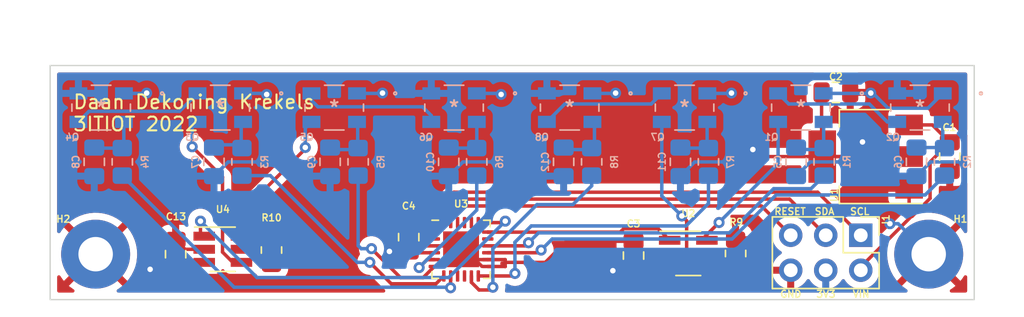
<source format=kicad_pcb>
(kicad_pcb (version 20211014) (generator pcbnew)
  (title_block (title "PCB Lijnvolger") (date "2022-11-08") (rev "1.0") (company "Daan Dekoning Krekels") (comment 1 "AP Hogeschool"))
  (layers (0 "F.Cu" signal) (31 "B.Cu" signal) (34 "B.Paste" user) (35 "F.Paste" user) (36 "B.SilkS" user "B.Silkscreen") (37 "F.SilkS" user "F.Silkscreen") (38 "B.Mask" user) (39 "F.Mask" user) (44 "Edge.Cuts" user))
  (net 0 "")
  (net 1 "VIN")
  (net 2 "GND")
  (net 3 "+3V3")
  (net 4 "Net-(C5-Pad2)")
  (net 5 "Net-(C6-Pad2)")
  (net 6 "Net-(C7-Pad2)")
  (net 7 "Net-(C8-Pad2)")
  (net 8 "Net-(C9-Pad2)")
  (net 9 "Net-(C10-Pad2)")
  (net 10 "Net-(C11-Pad2)")
  (net 11 "Net-(C12-Pad2)")
  (net 12 "SCL")
  (net 13 "/sensors/L_OUT0")
  (net 14 "/sensors/L_OUT1")
  (net 15 "/sensors/L_OUT2")
  (net 16 "/sensors/L_OUT3")
  (net 17 "Net-(Q1-Pad4)")
  (net 18 "Net-(Q3-Pad4)")
  (net 19 "Net-(Q5-Pad4)")
  (net 20 "Net-(Q7-Pad4)")
  (net 21 "SENSE0")
  (net 22 "SENSE1")
  (net 23 "SENSE2")
  (net 24 "SENSE3")
  (net 25 "SENSE4")
  (net 26 "SENSE5")
  (net 27 "SENSE6")
  (net 28 "SENSE7")
  (net 29 "Net-(R9-Pad1)")
  (net 30 "Net-(R10-Pad1)")
  (net 31 "LED_D0")
  (net 32 "LED_D1")
  (net 35 "SDA")
  (net 38 "RESET-UPDI")
  (footprint "Package_TO_SOT_SMD:SOT-23-6_Handsoldering" (layer "F.Cu") (at 146.269075 93.641)
    (fp_text reference "U2" (at 0 -2.9) (layer "F.SilkS") (effects (font (size 0.5 0.5) (thickness 0.1))))
    (fp_text value "MIC2860-2PYC6-TR")
    (pad "1" smd rect (at -1.35 -0.95) (size 1.56 0.65) (layers "F.Cu" "F.Paste" "F.Mask") (net 31 "LED_D0"))
    (pad "2" smd rect (at -1.35 0) (size 1.56 0.65) (layers "F.Cu" "F.Paste" "F.Mask") (net 2 "GND"))
    (pad "3" smd rect (at -1.35 0.95) (size 1.56 0.65) (layers "F.Cu" "F.Paste" "F.Mask") (net 3 "+3V3"))
    (pad "4" smd rect (at 1.35 0.95) (size 1.56 0.65) (layers "F.Cu" "F.Paste" "F.Mask") (net 16 "/sensors/L_OUT3"))
    (pad "5" smd rect (at 1.35 0) (size 1.56 0.65) (layers "F.Cu" "F.Paste" "F.Mask") (net 29 "Net-(R9-Pad1)"))
    (pad "6" smd rect (at 1.35 -0.95) (size 1.56 0.65) (layers "F.Cu" "F.Paste" "F.Mask") (net 13 "/sensors/L_OUT0"))
  )
  (footprint "Resistor_SMD:R_0805_2012Metric_Pad1.20x1.40mm_HandSolder" (layer "F.Cu") (at 149.7 93.65 90)
    (fp_text reference "R9" (at 2.2775 0.048 180) (layer "F.SilkS") (effects (font (size 0.5 0.5) (thickness 0.1))))
    (fp_text value "9k53")
    (pad "1" smd roundrect (at -1 0 90) (size 1.2 1.4) (layers "F.Cu" "F.Paste" "F.Mask") (roundrect_rratio 0.2083333333) (net 29 "Net-(R9-Pad1)"))
    (pad "2" smd roundrect (at 1 0 90) (size 1.2 1.4) (layers "F.Cu" "F.Paste" "F.Mask") (roundrect_rratio 0.2083333333) (net 2 "GND"))
  )
  (footprint "Resistor_SMD:R_0805_2012Metric_Pad1.20x1.40mm_HandSolder" (layer "F.Cu") (at 116.05 93.4 90)
    (fp_text reference "R10" (at 2.345 0.003 180) (layer "F.SilkS") (effects (font (size 0.5 0.5) (thickness 0.1))))
    (fp_text value "9k53")
    (pad "1" smd roundrect (at -1 0 90) (size 1.2 1.4) (layers "F.Cu" "F.Paste" "F.Mask") (roundrect_rratio 0.2083333333) (net 30 "Net-(R10-Pad1)"))
    (pad "2" smd roundrect (at 1 0 90) (size 1.2 1.4) (layers "F.Cu" "F.Paste" "F.Mask") (roundrect_rratio 0.2083333333) (net 2 "GND"))
  )
  (footprint "MountingHole:MountingHole_2.5mm_Pad" (layer "F.Cu") (at 163.7 93.7)
    (fp_text reference "H1" (at 2.3 -2.55) (layer "F.SilkS") (effects (font (size 0.5 0.5) (thickness 0.1))))
    (fp_text value "MountingHole_Pad")
    (pad "1" thru_hole circle (at 0 0) (size 5 5) (drill 2.5) (layers *.Cu *.Mask) (net 2 "GND"))
  )
  (footprint "Package_TO_SOT_SMD:SOT-223-3_TabPin2" (layer "F.Cu") (at 159.131 86.614 180)
    (fp_text reference "U1" (at 2.281 -2.786 90) (layer "F.SilkS") (effects (font (size 0.5 0.5) (thickness 0.1))))
    (fp_text value "LD1117S33TR_SOT223")
    (pad "1" smd rect (at -3.15 -2.3 180) (size 2 1.5) (layers "F.Cu" "F.Paste" "F.Mask") (net 2 "GND"))
    (pad "2" smd rect (at 3.15 0 180) (size 2 3.8) (layers "F.Cu" "F.Paste" "F.Mask") (net 3 "+3V3"))
    (pad "2" smd rect (at -3.15 0 180) (size 2 1.5) (layers "F.Cu" "F.Paste" "F.Mask") (net 3 "+3V3"))
    (pad "3" smd rect (at -3.15 2.3 180) (size 2 1.5) (layers "F.Cu" "F.Paste" "F.Mask") (net 1 "VIN"))
  )
  (footprint "Connector_PinHeader_2.54mm:PinHeader_2x03_P2.54mm_Vertical" (layer "F.Cu") (at 158.775 92.325 -90)
    (fp_text reference "J1" (at -1.075 -1.825 -90) (layer "F.SilkS") (effects (font (size 0.5 0.5) (thickness 0.1))))
    (fp_text value "Conn_01x05")
    (pad "1" thru_hole rect (at 0 0 270) (size 1.7 1.7) (drill 1) (layers *.Cu *.Mask) (net 12 "SCL"))
    (pad "2" thru_hole oval (at 2.54 0 270) (size 1.7 1.7) (drill 1) (layers *.Cu *.Mask) (net 1 "VIN"))
    (pad "3" thru_hole oval (at 0 2.54 270) (size 1.7 1.7) (drill 1) (layers *.Cu *.Mask) (net 35 "SDA"))
    (pad "4" thru_hole oval (at 2.54 2.54 270) (size 1.7 1.7) (drill 1) (layers *.Cu *.Mask) (net 3 "+3V3"))
    (pad "5" thru_hole oval (at 0 5.08 270) (size 1.7 1.7) (drill 1) (layers *.Cu *.Mask) (net 38 "RESET-UPDI"))
    (pad "6" thru_hole oval (at 2.54 5.08 270) (size 1.7 1.7) (drill 1) (layers *.Cu *.Mask) (net 2 "GND"))
  )
  (footprint "Package_DFN_QFN:QFN-24-1EP_4x4mm_P0.5mm_EP2.6x2.6mm" (layer "F.Cu") (at 129.794 93.345)
    (fp_text reference "U3" (at 0 -3.3) (layer "F.SilkS") (effects (font (size 0.5 0.5) (thickness 0.1))))
    (fp_text value "ATtiny3217-M")
    (pad "1" smd roundrect (at -1.9375 -1.25) (size 0.825 0.25) (layers "F.Cu" "F.Paste" "F.Mask") (net 12 "SCL"))
    (pad "2" smd roundrect (at -1.9375 -0.75) (size 0.825 0.25) (layers "F.Cu" "F.Paste" "F.Mask"))
    (pad "3" smd roundrect (at -1.9375 -0.25) (size 0.825 0.25) (layers "F.Cu" "F.Paste" "F.Mask") (net 2 "GND"))
    (pad "4" smd roundrect (at -1.9375 0.25) (size 0.825 0.25) (layers "F.Cu" "F.Paste" "F.Mask") (net 3 "+3V3"))
    (pad "5" smd roundrect (at -1.9375 0.75) (size 0.825 0.25) (layers "F.Cu" "F.Paste" "F.Mask") (net 26 "SENSE5"))
    (pad "6" smd roundrect (at -1.9375 1.25) (size 0.825 0.25) (layers "F.Cu" "F.Paste" "F.Mask") (net 25 "SENSE4"))
    (pad "7" smd roundrect (at -1.25 1.9375) (size 0.25 0.825) (layers "F.Cu" "F.Paste" "F.Mask") (net 23 "SENSE2"))
    (pad "8" smd roundrect (at -0.75 1.9375) (size 0.25 0.825) (layers "F.Cu" "F.Paste" "F.Mask") (net 24 "SENSE3"))
    (pad "9" smd roundrect (at -0.25 1.9375) (size 0.25 0.825) (layers "F.Cu" "F.Paste" "F.Mask"))
    (pad "10" smd roundrect (at 0.25 1.9375) (size 0.25 0.825) (layers "F.Cu" "F.Paste" "F.Mask"))
    (pad "11" smd roundrect (at 0.75 1.9375) (size 0.25 0.825) (layers "F.Cu" "F.Paste" "F.Mask") (net 28 "SENSE7"))
    (pad "12" smd roundrect (at 1.25 1.9375) (size 0.25 0.825) (layers "F.Cu" "F.Paste" "F.Mask") (net 27 "SENSE6"))
    (pad "13" smd roundrect (at 1.9375 1.25) (size 0.825 0.25) (layers "F.Cu" "F.Paste" "F.Mask") (net 2 "GND"))
    (pad "14" smd roundrect (at 1.9375 0.75) (size 0.825 0.25) (layers "F.Cu" "F.Paste" "F.Mask") (net 2 "GND"))
    (pad "15" smd roundrect (at 1.9375 0.25) (size 0.825 0.25) (layers "F.Cu" "F.Paste" "F.Mask") (net 22 "SENSE1"))
    (pad "16" smd roundrect (at 1.9375 -0.25) (size 0.825 0.25) (layers "F.Cu" "F.Paste" "F.Mask") (net 21 "SENSE0"))
    (pad "17" smd roundrect (at 1.9375 -0.75) (size 0.825 0.25) (layers "F.Cu" "F.Paste" "F.Mask"))
    (pad "18" smd roundrect (at 1.9375 -1.25) (size 0.825 0.25) (layers "F.Cu" "F.Paste" "F.Mask") (net 31 "LED_D0"))
    (pad "19" smd roundrect (at 1.25 -1.9375) (size 0.25 0.825) (layers "F.Cu" "F.Paste" "F.Mask") (net 32 "LED_D1"))
    (pad "20" smd roundrect (at 0.75 -1.9375) (size 0.25 0.825) (layers "F.Cu" "F.Paste" "F.Mask"))
    (pad "21" smd roundrect (at 0.25 -1.9375) (size 0.25 0.825) (layers "F.Cu" "F.Paste" "F.Mask"))
    (pad "22" smd roundrect (at -0.25 -1.9375) (size 0.25 0.825) (layers "F.Cu" "F.Paste" "F.Mask"))
    (pad "23" smd roundrect (at -0.75 -1.9375) (size 0.25 0.825) (layers "F.Cu" "F.Paste" "F.Mask") (net 38 "RESET-UPDI"))
    (pad "24" smd roundrect (at -1.25 -1.9375) (size 0.25 0.825) (layers "F.Cu" "F.Paste" "F.Mask") (net 35 "SDA"))
    (pad "25" smd rect (at 0 0) (size 2.6 2.6) (layers "F.Cu" "F.Mask") (net 2 "GND"))
  )
  (footprint "Capacitor_SMD:C_0805_2012Metric_Pad1.18x1.45mm_HandSolder" (layer "F.Cu") (at 109.1 93.7 90)
    (fp_text reference "C13" (at 2.726 0.026 180) (layer "F.SilkS") (effects (font (size 0.5 0.5) (thickness 0.1))))
    (fp_text value "1u")
    (pad "1" smd roundrect (at -1.0375 0 90) (size 1.175 1.45) (layers "F.Cu" "F.Paste" "F.Mask") (roundrect_rratio 0.2127659574) (net 3 "+3V3"))
    (pad "2" smd roundrect (at 1.0375 0 90) (size 1.175 1.45) (layers "F.Cu" "F.Paste" "F.Mask") (roundrect_rratio 0.2127659574) (net 2 "GND"))
  )
  (footprint "Capacitor_SMD:C_0805_2012Metric_Pad1.18x1.45mm_HandSolder" (layer "F.Cu") (at 142.3 93.8 90)
    (fp_text reference "C3" (at 2.311039 0 180) (layer "F.SilkS") (effects (font (size 0.5 0.5) (thickness 0.1))))
    (fp_text value "1u")
    (pad "1" smd roundrect (at -1.0375 0 90) (size 1.175 1.45) (layers "F.Cu" "F.Paste" "F.Mask") (roundrect_rratio 0.2127659574) (net 3 "+3V3"))
    (pad "2" smd roundrect (at 1.0375 0 90) (size 1.175 1.45) (layers "F.Cu" "F.Paste" "F.Mask") (roundrect_rratio 0.2127659574) (net 2 "GND"))
  )
  (footprint "Package_TO_SOT_SMD:SOT-23-6_Handsoldering" (layer "F.Cu") (at 112.522 93.345)
    (fp_text reference "U4" (at 0 -2.9) (layer "F.SilkS") (effects (font (size 0.5 0.5) (thickness 0.1))))
    (fp_text value "MIC2860-2PYC6-TR")
    (pad "1" smd rect (at -1.35 -0.95) (size 1.56 0.65) (layers "F.Cu" "F.Paste" "F.Mask") (net 32 "LED_D1"))
    (pad "2" smd rect (at -1.35 0) (size 1.56 0.65) (layers "F.Cu" "F.Paste" "F.Mask") (net 2 "GND"))
    (pad "3" smd rect (at -1.35 0.95) (size 1.56 0.65) (layers "F.Cu" "F.Paste" "F.Mask") (net 3 "+3V3"))
    (pad "4" smd rect (at 1.35 0.95) (size 1.56 0.65) (layers "F.Cu" "F.Paste" "F.Mask") (net 14 "/sensors/L_OUT1"))
    (pad "5" smd rect (at 1.35 0) (size 1.56 0.65) (layers "F.Cu" "F.Paste" "F.Mask") (net 30 "Net-(R10-Pad1)"))
    (pad "6" smd rect (at 1.35 -0.95) (size 1.56 0.65) (layers "F.Cu" "F.Paste" "F.Mask") (net 15 "/sensors/L_OUT2"))
  )
  (footprint "MountingHole:MountingHole_2.5mm_Pad" (layer "F.Cu") (at 103.3 93.7)
    (fp_text reference "H2" (at -2.35 -2.55) (layer "F.SilkS") (effects (font (size 0.5 0.5) (thickness 0.1))))
    (fp_text value "MountingHole_Pad")
    (pad "1" thru_hole circle (at 0 0) (size 5 5) (drill 2.5) (layers *.Cu *.Mask) (net 2 "GND"))
  )
  (footprint "Capacitor_SMD:C_0805_2012Metric_Pad1.18x1.45mm_HandSolder" (layer "F.Cu") (at 126 92.4625 90)
    (fp_text reference "C4" (at 2.2625 0 180) (layer "F.SilkS") (effects (font (size 0.5 0.5) (thickness 0.1))))
    (fp_text value "100n")
    (pad "1" smd roundrect (at -1.0375 0 90) (size 1.175 1.45) (layers "F.Cu" "F.Paste" "F.Mask") (roundrect_rratio 0.2127659574) (net 3 "+3V3"))
    (pad "2" smd roundrect (at 1.0375 0 90) (size 1.175 1.45) (layers "F.Cu" "F.Paste" "F.Mask") (roundrect_rratio 0.2127659574) (net 2 "GND"))
  )
  (footprint "Capacitor_SMD:C_0805_2012Metric_Pad1.18x1.45mm_HandSolder" (layer "F.Cu") (at 156.972 81.95)
    (fp_text reference "C2" (at 0 -1.142) (layer "F.SilkS") (effects (font (size 0.5 0.5) (thickness 0.1))))
    (fp_text value "4.7u")
    (pad "1" smd roundrect (at -1.0375 0) (size 1.175 1.45) (layers "F.Cu" "F.Paste" "F.Mask") (roundrect_rratio 0.2127659574) (net 3 "+3V3"))
    (pad "2" smd roundrect (at 1.0375 0) (size 1.175 1.45) (layers "F.Cu" "F.Paste" "F.Mask") (roundrect_rratio 0.2127659574) (net 2 "GND"))
  )
  (footprint "Capacitor_SMD:C_0805_2012Metric_Pad1.18x1.45mm_HandSolder" (layer "F.Cu") (at 165.227 86.614 -90)
    (fp_text reference "C1" (at -2.114 0.027 180) (layer "F.SilkS") (effects (font (size 0.5 0.5) (thickness 0.1))))
    (fp_text value "1u")
    (pad "1" smd roundrect (at -1.0375 0 270) (size 1.175 1.45) (layers "F.Cu" "F.Paste" "F.Mask") (roundrect_rratio 0.2127659574) (net 1 "VIN"))
    (pad "2" smd roundrect (at 1.0375 0 270) (size 1.175 1.45) (layers "F.Cu" "F.Paste" "F.Mask") (roundrect_rratio 0.2127659574) (net 2 "GND"))
  )
  (footprint "Capacitor_SMD:C_0805_2012Metric_Pad1.18x1.45mm_HandSolder" (layer "B.Cu") (at 154.08675 86.995 90)
    (fp_text reference "C5" (at 0 -1.322789 90) (layer "B.SilkS") (effects (font (size 0.5 0.5) (thickness 0.1)) (justify mirror)))
    (fp_text value "2.2n")
    (pad "1" smd roundrect (at -1.0375 0 90) (size 1.175 1.45) (layers "B.Cu" "B.Paste" "B.Mask") (roundrect_rratio 0.2127659574) (net 3 "+3V3"))
    (pad "2" smd roundrect (at 1.0375 0 90) (size 1.175 1.45) (layers "B.Cu" "B.Paste" "B.Mask") (roundrect_rratio 0.2127659574) (net 4 "Net-(C5-Pad2)"))
  )
  (footprint "footprints:GP2S700HCP" (layer "B.Cu") (at 146 83.058 180)
    (fp_text reference "Q7" (at 1.95 -2.142) (layer "B.SilkS") (effects (font (size 0.5 0.5) (thickness 0.1)) (justify mirror)))
    (fp_text value "GP2S700HCP" hide)
    (fp_text user "*" (at 0 0) (layer "B.SilkS") (effects (justify mirror)))
    (pad "1" smd rect locked (at -1.651 1.034999 180) (size 1.2954 0.889) (layers "B.Cu" "B.Paste" "B.Mask") (net 2 "GND"))
    (pad "2" smd rect locked (at -1.651 -1.034999 180) (size 1.2954 0.889) (layers "B.Cu" "B.Paste" "B.Mask") (net 10 "Net-(C11-Pad2)"))
    (pad "3" smd rect locked (at 1.651 -1.034999 180) (size 1.2954 0.889) (layers "B.Cu" "B.Paste" "B.Mask") (net 16 "/sensors/L_OUT3"))
    (pad "4" smd rect locked (at 1.651 1.034999 180) (size 1.2954 0.889) (layers "B.Cu" "B.Paste" "B.Mask") (net 20 "Net-(Q7-Pad4)"))
  )
  (footprint "footprints:GP2S700HCP" (layer "B.Cu") (at 154.432 83.058 180)
    (fp_text reference "Q1" (at 2.132 -2.142) (layer "B.SilkS") (effects (font (size 0.5 0.5) (thickness 0.1)) (justify mirror)))
    (fp_text value "GP2S700HCP" hide)
    (fp_text user "*" (at 0 0) (layer "B.SilkS") (effects (justify mirror)))
    (pad "1" smd rect locked (at -1.651 1.034999 180) (size 1.2954 0.889) (layers "B.Cu" "B.Paste" "B.Mask") (net 2 "GND"))
    (pad "2" smd rect locked (at -1.651 -1.034999 180) (size 1.2954 0.889) (layers "B.Cu" "B.Paste" "B.Mask") (net 4 "Net-(C5-Pad2)"))
    (pad "3" smd rect locked (at 1.651 -1.034999 180) (size 1.2954 0.889) (layers "B.Cu" "B.Paste" "B.Mask") (net 13 "/sensors/L_OUT0"))
    (pad "4" smd rect locked (at 1.651 1.034999 180) (size 1.2954 0.889) (layers "B.Cu" "B.Paste" "B.Mask") (net 17 "Net-(Q1-Pad4)"))
  )
  (footprint "Resistor_SMD:R_0805_2012Metric_Pad1.20x1.40mm_HandSolder" (layer "B.Cu") (at 147.732 86.995 90)
    (fp_text reference "R7" (at -0.005 1.603 90) (layer "B.SilkS") (effects (font (size 0.5 0.5) (thickness 0.1)) (justify mirror)))
    (fp_text value "220")
    (pad "1" smd roundrect (at -1 0 90) (size 1.2 1.4) (layers "B.Cu" "B.Paste" "B.Mask") (roundrect_rratio 0.2083333333) (net 27 "SENSE6"))
    (pad "2" smd roundrect (at 1 0 90) (size 1.2 1.4) (layers "B.Cu" "B.Paste" "B.Mask") (roundrect_rratio 0.2083333333) (net 10 "Net-(C11-Pad2)"))
  )
  (footprint "Capacitor_SMD:C_0805_2012Metric_Pad1.18x1.45mm_HandSolder" (layer "B.Cu") (at 162.814 86.995 90)
    (fp_text reference "C6" (at 0 -1.32375 90) (layer "B.SilkS") (effects (font (size 0.5 0.5) (thickness 0.1)) (justify mirror)))
    (fp_text value "2.2n")
    (pad "1" smd roundrect (at -1.0375 0 90) (size 1.175 1.45) (layers "B.Cu" "B.Paste" "B.Mask") (roundrect_rratio 0.2127659574) (net 3 "+3V3"))
    (pad "2" smd roundrect (at 1.0375 0 90) (size 1.175 1.45) (layers "B.Cu" "B.Paste" "B.Mask") (roundrect_rratio 0.2127659574) (net 5 "Net-(C6-Pad2)"))
  )
  (footprint "Capacitor_SMD:C_0805_2012Metric_Pad1.18x1.45mm_HandSolder" (layer "B.Cu") (at 120.3 86.995 90)
    (fp_text reference "C9" (at 0 -1.331646 90) (layer "B.SilkS") (effects (font (size 0.5 0.5) (thickness 0.1)) (justify mirror)))
    (fp_text value "2.2n")
    (pad "1" smd roundrect (at -1.0375 0 90) (size 1.175 1.45) (layers "B.Cu" "B.Paste" "B.Mask") (roundrect_rratio 0.2127659574) (net 3 "+3V3"))
    (pad "2" smd roundrect (at 1.0375 0 90) (size 1.175 1.45) (layers "B.Cu" "B.Paste" "B.Mask") (roundrect_rratio 0.2127659574) (net 8 "Net-(C9-Pad2)"))
  )
  (footprint "Resistor_SMD:R_0805_2012Metric_Pad1.20x1.40mm_HandSolder" (layer "B.Cu") (at 130.932 86.995 90)
    (fp_text reference "R6" (at 0 1.65 90) (layer "B.SilkS") (effects (font (size 0.5 0.5) (thickness 0.1)) (justify mirror)))
    (fp_text value "220")
    (pad "1" smd roundrect (at -1 0 90) (size 1.2 1.4) (layers "B.Cu" "B.Paste" "B.Mask") (roundrect_rratio 0.2083333333) (net 26 "SENSE5"))
    (pad "2" smd roundrect (at 1 0 90) (size 1.2 1.4) (layers "B.Cu" "B.Paste" "B.Mask") (roundrect_rratio 0.2083333333) (net 9 "Net-(C10-Pad2)"))
  )
  (footprint "Resistor_SMD:R_0805_2012Metric_Pad1.20x1.40mm_HandSolder" (layer "B.Cu") (at 105.232 86.995 90)
    (fp_text reference "R4" (at 0 1.65 90) (layer "B.SilkS") (effects (font (size 0.5 0.5) (thickness 0.1)) (justify mirror)))
    (fp_text value "220")
    (pad "1" smd roundrect (at -1 0 90) (size 1.2 1.4) (layers "B.Cu" "B.Paste" "B.Mask") (roundrect_rratio 0.2083333333) (net 24 "SENSE3"))
    (pad "2" smd roundrect (at 1 0 90) (size 1.2 1.4) (layers "B.Cu" "B.Paste" "B.Mask") (roundrect_rratio 0.2083333333) (net 7 "Net-(C8-Pad2)"))
  )
  (footprint "Capacitor_SMD:C_0805_2012Metric_Pad1.18x1.45mm_HandSolder" (layer "B.Cu") (at 103.2 86.995 90)
    (fp_text reference "C8" (at 0 -1.331646 90) (layer "B.SilkS") (effects (font (size 0.5 0.5) (thickness 0.1)) (justify mirror)))
    (fp_text value "2.2n")
    (pad "1" smd roundrect (at -1.0375 0 90) (size 1.175 1.45) (layers "B.Cu" "B.Paste" "B.Mask") (roundrect_rratio 0.2127659574) (net 3 "+3V3"))
    (pad "2" smd roundrect (at 1.0375 0 90) (size 1.175 1.45) (layers "B.Cu" "B.Paste" "B.Mask") (roundrect_rratio 0.2127659574) (net 7 "Net-(C8-Pad2)"))
  )
  (footprint "footprints:GP2S700HCP" (layer "B.Cu") (at 112.33582 83.058 180)
    (fp_text reference "Q3" (at 2.03582 -2.142) (layer "B.SilkS") (effects (font (size 0.5 0.5) (thickness 0.1)) (justify mirror)))
    (fp_text value "GP2S700HCP" hide)
    (fp_text user "*" (at 0 0) (layer "B.SilkS") (effects (justify mirror)))
    (pad "1" smd rect locked (at -1.651 1.034999 180) (size 1.2954 0.889) (layers "B.Cu" "B.Paste" "B.Mask") (net 2 "GND"))
    (pad "2" smd rect locked (at -1.651 -1.034999 180) (size 1.2954 0.889) (layers "B.Cu" "B.Paste" "B.Mask") (net 6 "Net-(C7-Pad2)"))
    (pad "3" smd rect locked (at 1.651 -1.034999 180) (size 1.2954 0.889) (layers "B.Cu" "B.Paste" "B.Mask") (net 14 "/sensors/L_OUT1"))
    (pad "4" smd rect locked (at 1.651 1.034999 180) (size 1.2954 0.889) (layers "B.Cu" "B.Paste" "B.Mask") (net 18 "Net-(Q3-Pad4)"))
  )
  (footprint "footprints:GP2S700HCP" (layer "B.Cu") (at 163.068 83.058 180)
    (fp_text reference "Q2" (at 1.968 -2.142) (layer "B.SilkS") (effects (font (size 0.5 0.5) (thickness 0.1)) (justify mirror)))
    (fp_text value "GP2S700HCP" hide)
    (fp_text user "*" (at 0 0) (layer "B.SilkS") (effects (justify mirror)))
    (pad "1" smd rect locked (at -1.651 1.034999 180) (size 1.2954 0.889) (layers "B.Cu" "B.Paste" "B.Mask") (net 2 "GND"))
    (pad "2" smd rect locked (at -1.651 -1.034999 180) (size 1.2954 0.889) (layers "B.Cu" "B.Paste" "B.Mask") (net 5 "Net-(C6-Pad2)"))
    (pad "3" smd rect locked (at 1.651 -1.034999 180) (size 1.2954 0.889) (layers "B.Cu" "B.Paste" "B.Mask") (net 17 "Net-(Q1-Pad4)"))
    (pad "4" smd rect locked (at 1.651 1.034999 180) (size 1.2954 0.889) (layers "B.Cu" "B.Paste" "B.Mask") (net 3 "+3V3"))
  )
  (footprint "Capacitor_SMD:C_0805_2012Metric_Pad1.18x1.45mm_HandSolder" (layer "B.Cu") (at 111.878 86.995 90)
    (fp_text reference "C7" (at 0 -1.331646 90) (layer "B.SilkS") (effects (font (size 0.5 0.5) (thickness 0.1)) (justify mirror)))
    (fp_text value "2.2n")
    (pad "1" smd roundrect (at -1.0375 0 90) (size 1.175 1.45) (layers "B.Cu" "B.Paste" "B.Mask") (roundrect_rratio 0.2127659574) (net 3 "+3V3"))
    (pad "2" smd roundrect (at 1.0375 0 90) (size 1.175 1.45) (layers "B.Cu" "B.Paste" "B.Mask") (roundrect_rratio 0.2127659574) (net 6 "Net-(C7-Pad2)"))
  )
  (footprint "footprints:GP2S700HCP" (layer "B.Cu") (at 120.6 83.058 180)
    (fp_text reference "Q5" (at 2 -2.142) (layer "B.SilkS") (effects (font (size 0.5 0.5) (thickness 0.1)) (justify mirror)))
    (fp_text value "GP2S700HCP" hide)
    (fp_text user "*" (at 0 0) (layer "B.SilkS") (effects (justify mirror)))
    (pad "1" smd rect locked (at -1.651 1.034999 180) (size 1.2954 0.889) (layers "B.Cu" "B.Paste" "B.Mask") (net 2 "GND"))
    (pad "2" smd rect locked (at -1.651 -1.034999 180) (size 1.2954 0.889) (layers "B.Cu" "B.Paste" "B.Mask") (net 8 "Net-(C9-Pad2)"))
    (pad "3" smd rect locked (at 1.651 -1.034999 180) (size 1.2954 0.889) (layers "B.Cu" "B.Paste" "B.Mask") (net 15 "/sensors/L_OUT2"))
    (pad "4" smd rect locked (at 1.651 1.034999 180) (size 1.2954 0.889) (layers "B.Cu" "B.Paste" "B.Mask") (net 19 "Net-(Q5-Pad4)"))
  )
  (footprint "footprints:GP2S700HCP" (layer "B.Cu") (at 137.668 83.058 180)
    (fp_text reference "Q8" (at 2.018 -2.142) (layer "B.SilkS") (effects (font (size 0.5 0.5) (thickness 0.1)) (justify mirror)))
    (fp_text value "GP2S700HCP" hide)
    (fp_text user "*" (at 0 0) (layer "B.SilkS") (effects (justify mirror)))
    (pad "1" smd rect locked (at -1.651 1.034999 180) (size 1.2954 0.889) (layers "B.Cu" "B.Paste" "B.Mask") (net 2 "GND"))
    (pad "2" smd rect locked (at -1.651 -1.034999 180) (size 1.2954 0.889) (layers "B.Cu" "B.Paste" "B.Mask") (net 11 "Net-(C12-Pad2)"))
    (pad "3" smd rect locked (at 1.651 -1.034999 180) (size 1.2954 0.889) (layers "B.Cu" "B.Paste" "B.Mask") (net 20 "Net-(Q7-Pad4)"))
    (pad "4" smd rect locked (at 1.651 1.034999 180) (size 1.2954 0.889) (layers "B.Cu" "B.Paste" "B.Mask") (net 3 "+3V3"))
  )
  (footprint "Resistor_SMD:R_0805_2012Metric_Pad1.20x1.40mm_HandSolder" (layer "B.Cu") (at 139.264 86.995 90)
    (fp_text reference "R8" (at 0 1.65 90) (layer "B.SilkS") (effects (font (size 0.5 0.5) (thickness 0.1)) (justify mirror)))
    (fp_text value "220")
    (pad "1" smd roundrect (at -1 0 90) (size 1.2 1.4) (layers "B.Cu" "B.Paste" "B.Mask") (roundrect_rratio 0.2083333333) (net 28 "SENSE7"))
    (pad "2" smd roundrect (at 1 0 90) (size 1.2 1.4) (layers "B.Cu" "B.Paste" "B.Mask") (roundrect_rratio 0.2083333333) (net 11 "Net-(C12-Pad2)"))
  )
  (footprint "Capacitor_SMD:C_0805_2012Metric_Pad1.18x1.45mm_HandSolder" (layer "B.Cu") (at 145.7 86.995 90)
    (fp_text reference "C11" (at 0 -1.331646 90) (layer "B.SilkS") (effects (font (size 0.5 0.5) (thickness 0.1)) (justify mirror)))
    (fp_text value "2.2n")
    (pad "1" smd roundrect (at -1.0375 0 90) (size 1.175 1.45) (layers "B.Cu" "B.Paste" "B.Mask") (roundrect_rratio 0.2127659574) (net 3 "+3V3"))
    (pad "2" smd roundrect (at 1.0375 0 90) (size 1.175 1.45) (layers "B.Cu" "B.Paste" "B.Mask") (roundrect_rratio 0.2127659574) (net 10 "Net-(C11-Pad2)"))
  )
  (footprint "Resistor_SMD:R_0805_2012Metric_Pad1.20x1.40mm_HandSolder" (layer "B.Cu") (at 164.846 86.995 90)
    (fp_text reference "R2" (at 0 1.65 90) (layer "B.SilkS") (effects (font (size 0.5 0.5) (thickness 0.1)) (justify mirror)))
    (fp_text value "220")
    (pad "1" smd roundrect (at -1 0 90) (size 1.2 1.4) (layers "B.Cu" "B.Paste" "B.Mask") (roundrect_rratio 0.2083333333) (net 22 "SENSE1"))
    (pad "2" smd roundrect (at 1 0 90) (size 1.2 1.4) (layers "B.Cu" "B.Paste" "B.Mask") (roundrect_rratio 0.2083333333) (net 5 "Net-(C6-Pad2)"))
  )
  (footprint "footprints:GP2S700HCP" (layer "B.Cu") (at 129.286 83.058 180)
    (fp_text reference "Q6" (at 2.036 -2.142) (layer "B.SilkS") (effects (font (size 0.5 0.5) (thickness 0.1)) (justify mirror)))
    (fp_text value "GP2S700HCP" hide)
    (fp_text user "*" (at 0 0) (layer "B.SilkS") (effects (justify mirror)))
    (pad "1" smd rect locked (at -1.651 1.034999 180) (size 1.2954 0.889) (layers "B.Cu" "B.Paste" "B.Mask") (net 2 "GND"))
    (pad "2" smd rect locked (at -1.651 -1.034999 180) (size 1.2954 0.889) (layers "B.Cu" "B.Paste" "B.Mask") (net 9 "Net-(C10-Pad2)"))
    (pad "3" smd rect locked (at 1.651 -1.034999 180) (size 1.2954 0.889) (layers "B.Cu" "B.Paste" "B.Mask") (net 19 "Net-(Q5-Pad4)"))
    (pad "4" smd rect locked (at 1.651 1.034999 180) (size 1.2954 0.889) (layers "B.Cu" "B.Paste" "B.Mask") (net 3 "+3V3"))
  )
  (footprint "Resistor_SMD:R_0805_2012Metric_Pad1.20x1.40mm_HandSolder" (layer "B.Cu") (at 113.91 86.995 90)
    (fp_text reference "R3" (at 0 1.65 90) (layer "B.SilkS") (effects (font (size 0.5 0.5) (thickness 0.1)) (justify mirror)))
    (fp_text value "220")
    (pad "1" smd roundrect (at -1 0 90) (size 1.2 1.4) (layers "B.Cu" "B.Paste" "B.Mask") (roundrect_rratio 0.2083333333) (net 23 "SENSE2"))
    (pad "2" smd roundrect (at 1 0 90) (size 1.2 1.4) (layers "B.Cu" "B.Paste" "B.Mask") (roundrect_rratio 0.2083333333) (net 6 "Net-(C7-Pad2)"))
  )
  (footprint "Resistor_SMD:R_0805_2012Metric_Pad1.20x1.40mm_HandSolder" (layer "B.Cu") (at 156.11875 86.995 90)
    (fp_text reference "R1" (at 0 1.65 90) (layer "B.SilkS") (effects (font (size 0.5 0.5) (thickness 0.1)) (justify mirror)))
    (fp_text value "220")
    (pad "1" smd roundrect (at -1 0 90) (size 1.2 1.4) (layers "B.Cu" "B.Paste" "B.Mask") (roundrect_rratio 0.2083333333) (net 21 "SENSE0"))
    (pad "2" smd roundrect (at 1 0 90) (size 1.2 1.4) (layers "B.Cu" "B.Paste" "B.Mask") (roundrect_rratio 0.2083333333) (net 4 "Net-(C5-Pad2)"))
  )
  (footprint "Capacitor_SMD:C_0805_2012Metric_Pad1.18x1.45mm_HandSolder" (layer "B.Cu") (at 128.9 86.995 90)
    (fp_text reference "C10" (at 0 -1.331646 90) (layer "B.SilkS") (effects (font (size 0.5 0.5) (thickness 0.1)) (justify mirror)))
    (fp_text value "2.2n")
    (pad "1" smd roundrect (at -1.0375 0 90) (size 1.175 1.45) (layers "B.Cu" "B.Paste" "B.Mask") (roundrect_rratio 0.2127659574) (net 3 "+3V3"))
    (pad "2" smd roundrect (at 1.0375 0 90) (size 1.175 1.45) (layers "B.Cu" "B.Paste" "B.Mask") (roundrect_rratio 0.2127659574) (net 9 "Net-(C10-Pad2)"))
  )
  (footprint "Resistor_SMD:R_0805_2012Metric_Pad1.20x1.40mm_HandSolder" (layer "B.Cu") (at 122.332 86.995 90)
    (fp_text reference "R5" (at 0 1.65 90) (layer "B.SilkS") (effects (font (size 0.5 0.5) (thickness 0.1)) (justify mirror)))
    (fp_text value "220")
    (pad "1" smd roundrect (at -1 0 90) (size 1.2 1.4) (layers "B.Cu" "B.Paste" "B.Mask") (roundrect_rratio 0.2083333333) (net 25 "SENSE4"))
    (pad "2" smd roundrect (at 1 0 90) (size 1.2 1.4) (layers "B.Cu" "B.Paste" "B.Mask") (roundrect_rratio 0.2083333333) (net 8 "Net-(C9-Pad2)"))
  )
  (footprint "footprints:GP2S700HCP" (layer "B.Cu") (at 103.7 83.058 180)
    (fp_text reference "Q4" (at 2.1 -2.142) (layer "B.SilkS") (effects (font (size 0.5 0.5) (thickness 0.1)) (justify mirror)))
    (fp_text value "GP2S700HCP" hide)
    (fp_text user "*" (at 0 0) (layer "B.SilkS") (effects (justify mirror)))
    (pad "1" smd rect locked (at -1.651 1.034999 180) (size 1.2954 0.889) (layers "B.Cu" "B.Paste" "B.Mask") (net 2 "GND"))
    (pad "2" smd rect locked (at -1.651 -1.034999 180) (size 1.2954 0.889) (layers "B.Cu" "B.Paste" "B.Mask") (net 7 "Net-(C8-Pad2)"))
    (pad "3" smd rect locked (at 1.651 -1.034999 180) (size 1.2954 0.889) (layers "B.Cu" "B.Paste" "B.Mask") (net 18 "Net-(Q3-Pad4)"))
    (pad "4" smd rect locked (at 1.651 1.034999 180) (size 1.2954 0.889) (layers "B.Cu" "B.Paste" "B.Mask") (net 3 "+3V3"))
  )
  (footprint "Capacitor_SMD:C_0805_2012Metric_Pad1.18x1.45mm_HandSolder" (layer "B.Cu") (at 137.232 86.995 90)
    (fp_text reference "C12" (at 0 -1.331646 90) (layer "B.SilkS") (effects (font (size 0.5 0.5) (thickness 0.1)) (justify mirror)))
    (fp_text value "2.2n")
    (pad "1" smd roundrect (at -1.0375 0 90) (size 1.175 1.45) (layers "B.Cu" "B.Paste" "B.Mask") (roundrect_rratio 0.2127659574) (net 3 "+3V3"))
    (pad "2" smd roundrect (at 1.0375 0 90) (size 1.175 1.45) (layers "B.Cu" "B.Paste" "B.Mask") (roundrect_rratio 0.2127659574) (net 11 "Net-(C12-Pad2)"))
  )
  (gr_rect (start 100 80) (end 167 97) (layer "Edge.Cuts") (width 0.1) (fill none))
  (gr_text "GND" (at 153.7 96.6) (layer "F.SilkS") (effects (font (size 0.5 0.5) (thickness 0.1))))
  (gr_text "SDA" (at 156.15 90.6) (layer "F.SilkS") (effects (font (size 0.5 0.5) (thickness 0.1))))
  (gr_text "VIN" (at 158.8 96.6) (layer "F.SilkS") (effects (font (size 0.5 0.5) (thickness 0.1))))
  (gr_text "3V3" (at 156.25 96.6) (layer "F.SilkS") (effects (font (size 0.5 0.5) (thickness 0.1))))
  (gr_text "SCL" (at 158.7 90.6) (layer "F.SilkS") (effects (font (size 0.5 0.5) (thickness 0.1))))
  (gr_text "RESET" (at 153.65 90.6) (layer "F.SilkS") (effects (font (size 0.5 0.5) (thickness 0.1))))
  (gr_text "Daan Dekoning Krekels\n3ITIOT 2022" (at 101.6 83.45) (layer "F.SilkS") (effects (font (size 1 1)) (justify left)))
  (segment (start 163.9645 84.314) (end 162.281 84.314) (width 0.25) (layer "F.Cu") (net 1))
  (segment (start 163.8 89.65) (end 163.8 87.0035) (width 0.25) (layer "F.Cu") (net 1))
  (segment (start 165.227 85.5765) (end 163.9645 84.314) (width 0.25) (layer "F.Cu") (net 1))
  (segment (start 158.775 94.865) (end 158.775 94.625) (width 0.25) (layer "F.Cu") (net 1))
  (segment (start 162.45 90.95) (end 162.5 90.95) (width 0.25) (layer "F.Cu") (net 1))
  (segment (start 158.775 94.625) (end 162.45 90.95) (width 0.25) (layer "F.Cu") (net 1))
  (segment (start 162.5 90.95) (end 163.8 89.65) (width 0.25) (layer "F.Cu") (net 1))
  (segment (start 163.8 87.0035) (end 165.227 85.5765) (width 0.25) (layer "F.Cu") (net 1))
  (segment (start 160.887701 91.487701) (end 162.281 90.094402) (width 0.25) (layer "F.Cu") (net 2))
  (segment (start 111.41075 93.345) (end 109.7825 93.345) (width 0.25) (layer "F.Cu") (net 2))
  (segment (start 149.7 92.7) (end 150.7 93.7) (width 0.25) (layer "F.Cu") (net 2))
  (segment (start 132.995 94.095) (end 132.995 94.295) (width 0.25) (layer "F.Cu") (net 2))
  (segment (start 131.7315 94.095) (end 132.995 94.095) (width 0.25) (layer "F.Cu") (net 2))
  (segment (start 143.1785 93.641) (end 142.3 92.7625) (width 0.25) (layer "F.Cu") (net 2))
  (segment (start 163.318173 82.042) (end 166.37 85.093827) (width 0.25) (layer "F.Cu") (net 2))
  (segment (start 166.37 86.5085) (end 165.227 87.6515) (width 0.25) (layer "F.Cu") (net 2))
  (segment (start 142.3 92.7625) (end 137.4375 92.7625) (width 0.25) (layer "F.Cu") (net 2))
  (segment (start 127.295 93.095) (end 126 91.8) (width 0.25) (layer "F.Cu") (net 2))
  (segment (start 132.995 94.295) (end 132.995 94.595) (width 0.25) (layer "F.Cu") (net 2))
  (segment (start 129.794 93.345) (end 130.544 94.095) (width 0.25) (layer "F.Cu") (net 2))
  (segment (start 131.311004 94.588996) (end 130.067008 93.345) (width 0.25) (layer "F.Cu") (net 2))
  (segment (start 149.7 92.65) (end 149.7 92.7) (width 0.25) (layer "F.Cu") (net 2))
  (segment (start 109.7825 93.345) (end 109.1 92.6625) (width 0.25) (layer "F.Cu") (net 2))
  (segment (start 166.37 85.093827) (end 166.37 86.5085) (width 0.25) (layer "F.Cu") (net 2))
  (segment (start 158.1015 82.042) (end 163.318173 82.042) (width 0.25) (layer "F.Cu") (net 2))
  (segment (start 135.905 94.295) (end 132.995 94.295) (width 0.25) (layer "F.Cu") (net 2))
  (segment (start 127.8565 93.095) (end 127.295 93.095) (width 0.25) (layer "F.Cu") (net 2))
  (segment (start 130.544 94.095) (end 131.7315 94.095) (width 0.25) (layer "F.Cu") (net 2))
  (segment (start 162.281 90.094402) (end 162.281 88.914) (width 0.25) (layer "F.Cu") (net 2))
  (segment (start 131.7315 94.595) (end 132.995 94.595) (width 0.25) (layer "F.Cu") (net 2))
  (segment (start 130.067008 93.345) (end 129.794 93.345) (width 0.25) (layer "F.Cu") (net 2))
  (segment (start 137.4375 92.7625) (end 135.905 94.295) (width 0.25) (layer "F.Cu") (net 2))
  (segment (start 145.157825 93.641) (end 143.1785 93.641) (width 0.25) (layer "F.Cu") (net 2))
  (segment (start 158.0095 81.95) (end 158.1015 82.042) (width 0.25) (layer "F.Cu") (net 2))
  (segment (start 126 91.8) (end 126 91.425) (width 0.25) (layer "F.Cu") (net 2))
  (segment (start 127.8565 93.095) (end 129.544 93.095) (width 0.25) (layer "F.Cu") (net 2))
  (segment (start 132.995 94.595) (end 133 94.6) (width 0.25) (layer "F.Cu") (net 2))
  (segment (start 129.544 93.095) (end 129.794 93.345) (width 0.25) (layer "F.Cu") (net 2))
  (via (at 149.4 82) (size 0.8) (drill 0.4) (layers "F.Cu" "B.Cu") (net 2))
  (via (at 132.7 82.1) (size 0.8) (drill 0.4) (layers "F.Cu" "B.Cu") (net 2))
  (via (at 160.887701 91.487701) (size 0.8) (drill 0.4) (layers "F.Cu" "B.Cu") (net 2))
  (via (at 115.7 82.1) (size 0.8) (drill 0.4) (layers "F.Cu" "B.Cu") (net 2))
  (via (at 107 82) (size 0.8) (drill 0.4) (layers "F.Cu" "B.Cu") (net 2))
  (via (at 159.5 82) (size 0.8) (drill 0.4) (layers "F.Cu" "B.Cu") (net 2))
  (via (at 124.1 82) (size 0.8) (drill 0.4) (layers "F.Cu" "B.Cu") (net 2))
  (via (at 141 82) (size 0.8) (drill 0.4) (layers "F.Cu" "B.Cu") (net 2))
  (segment (start 106.976999 82.023001) (end 107 82) (width 0.25) (layer "B.Cu") (net 2))
  (segment (start 159.5 82) (end 159.651799 82) (width 0.25) (layer "B.Cu") (net 2))
  (segment (start 115.623001 82.023001) (end 115.7 82.1) (width 0.25) (layer "B.Cu") (net 2))
  (segment (start 163.642001 83.1) (end 164.719 82.023001) (width 0.25) (layer "B.Cu") (net 2))
  (segment (start 160.751799 83.1) (end 163.642001 83.1) (width 0.25) (layer "B.Cu") (net 2))
  (segment (start 159.476999 82.023001) (end 159.5 82) (width 0.25) (layer "B.Cu") (net 2))
  (segment (start 161.487701 91.487701) (end 163.7 93.7) (width 0.25) (layer "B.Cu") (net 2))
  (segment (start 159.651799 82) (end 160.751799 83.1) (width 0.25) (layer "B.Cu") (net 2))
  (segment (start 113.98682 82.023001) (end 115.623001 82.023001) (width 0.25) (layer "B.Cu") (net 2))
  (segment (start 149.376999 82.023001) (end 149.4 82) (width 0.25) (layer "B.Cu") (net 2))
  (segment (start 147.651 82.023001) (end 149.376999 82.023001) (width 0.25) (layer "B.Cu") (net 2))
  (segment (start 130.937 82.023001) (end 132.623001 82.023001) (width 0.25) (layer "B.Cu") (net 2))
  (segment (start 156.083 82.023001) (end 159.476999 82.023001) (width 0.25) (layer "B.Cu") (net 2))
  (segment (start 139.319 82.023001) (end 140.976999 82.023001) (width 0.25) (layer "B.Cu") (net 2))
  (segment (start 105.351 82.023001) (end 106.976999 82.023001) (width 0.25) (layer "B.Cu") (net 2))
  (segment (start 140.976999 82.023001) (end 141 82) (width 0.25) (layer "B.Cu") (net 2))
  (segment (start 122.251 82.023001) (end 124.076999 82.023001) (width 0.25) (layer "B.Cu") (net 2))
  (segment (start 132.623001 82.023001) (end 132.7 82.1) (width 0.25) (layer "B.Cu") (net 2))
  (segment (start 124.076999 82.023001) (end 124.1 82) (width 0.25) (layer "B.Cu") (net 2))
  (segment (start 160.887701 91.487701) (end 161.487701 91.487701) (width 0.25) (layer "B.Cu") (net 2))
  (segment (start 157.836 86.614) (end 158.9 85.55) (width 0.25) (layer "F.Cu") (net 3))
  (segment (start 107.3125 94.7375) (end 109.1 94.7375) (width 0.25) (layer "F.Cu") (net 3))
  (segment (start 155.9345 81.95) (end 155.9345 88.3705) (width 0.25) (layer "F.Cu") (net 3))
  (segment (start 107.25 94.8) (end 107.3125 94.7375) (width 0.25) (layer "F.Cu") (net 3))
  (segment (start 140.8625 94.8375) (end 142.3 94.8375) (width 0.25) (layer "F.Cu") (net 3))
  (segment (start 109.5425 94.295) (end 109.1 94.7375) (width 0.25) (layer "F.Cu") (net 3))
  (segment (start 151.464 86.614) (end 150.95 86.1) (width 0.25) (layer "F.Cu") (net 3))
  (segment (start 155.981 86.614) (end 162.281 86.614) (width 0.25) (layer "F.Cu") (net 3))
  (segment (start 125.6625 93.5) (end 126 93.8375) (width 0.25) (layer "F.Cu") (net 3))
  (segment (start 142.3 94.8375) (end 142.5875 94.55) (width 0.25) (layer "F.Cu") (net 3))
  (segment (start 155.981 86.614) (end 151.464 86.614) (width 0.25) (layer "F.Cu") (net 3))
  (segment (start 142.5875 94.55) (end 144.898824 94.55) (width 0.25) (layer "F.Cu") (net 3))
  (segment (start 126.095 93.595) (end 126 93.5) (width 0.25) (layer "F.Cu") (net 3))
  (segment (start 124.6 93.5) (end 125.6625 93.5) (width 0.25) (layer "F.Cu") (net 3))
  (segment (start 111.172 94.295) (end 109.5425 94.295) (width 0.25) (layer "F.Cu") (net 3))
  (segment (start 155.981 86.614) (end 157.836 86.614) (width 0.25) (layer "F.Cu") (net 3))
  (segment (start 140.8 94.9) (end 140.8625 94.8375) (width 0.25) (layer "F.Cu") (net 3))
  (segment (start 127.8565 93.595) (end 126.095 93.595) (width 0.25) (layer "F.Cu") (net 3))
  (via (at 158.9 85.55) (size 0.8) (drill 0.4) (layers "F.Cu" "B.Cu") (net 3))
  (via (at 140.8 94.9) (size 0.8) (drill 0.4) (layers "F.Cu" "B.Cu") (net 3))
  (via (at 107.25 94.8) (size 0.8) (drill 0.4) (layers "F.Cu" "B.Cu") (net 3))
  (via (at 124.6 93.5) (size 0.8) (drill 0.4) (layers "F.Cu" "B.Cu") (net 3))
  (via (at 150.95 86.1) (size 0.8) (drill 0.4) (layers "F.Cu" "B.Cu") (net 3))
  (segment (start 129.9325 87) (end 133.4 87) (width 0.25) (layer "B.Cu") (net 3))
  (segment (start 146.7325 87) (end 150.8 87) (width 0.25) (layer "B.Cu") (net 3))
  (segment (start 128.9 88.0325) (end 129.9325 87) (width 0.25) (layer "B.Cu") (net 3))
  (segment (start 155.11925 87) (end 160.6 87) (width 0.25) (layer "B.Cu") (net 3))
  (segment (start 112.9105 87) (end 116 87) (width 0.25) (layer "B.Cu") (net 3))
  (segment (start 162.814 88.0325) (end 163.8465 87) (width 0.25) (layer "B.Cu") (net 3))
  (segment (start 154.08675 88.0325) (end 155.11925 87) (width 0.25) (layer "B.Cu") (net 3))
  (segment (start 145.7 88.0325) (end 146.7325 87) (width 0.25) (layer "B.Cu") (net 3))
  (segment (start 111.878 88.0325) (end 112.9105 87) (width 0.25) (layer "B.Cu") (net 3))
  (segment (start 163.8465 87) (end 166.1 87) (width 0.25) (layer "B.Cu") (net 3))
  (segment (start 154.15025 86.1) (end 156.04975 86.1) (width 0.25) (layer "B.Cu") (net 4))
  (segment (start 156.083 84.092999) (end 156.083 85.9575) (width 0.25) (layer "B.Cu") (net 4))
  (segment (start 164.719 84.092999) (end 164.719 85.868) (width 0.25) (layer "B.Cu") (net 5))
  (segment (start 164.719 85.868) (end 164.846 85.995) (width 0.25) (layer "B.Cu") (net 5))
  (segment (start 164.8085 85.9575) (end 164.846 85.995) (width 0.25) (layer "B.Cu") (net 5))
  (segment (start 162.814 85.9575) (end 164.8085 85.9575) (width 0.25) (layer "B.Cu") (net 5))
  (segment (start 113.853 84.111998) (end 113.853 86.1935) (width 0.25) (layer "B.Cu") (net 6))
  (segment (start 114.2895 85.757) (end 113.8135 86.233) (width 0.25) (layer "B.Cu") (net 6))
  (segment (start 114.164 85.757) (end 112.1215 85.757) (width 0.25) (layer "B.Cu") (net 6))
  (segment (start 113.853 86.1935) (end 113.8135 86.233) (width 0.25) (layer "B.Cu") (net 6))
  (segment (start 105.344 84.111998) (end 105.344 86.421) (width 0.25) (layer "B.Cu") (net 7))
  (segment (start 103.242 86) (end 105.401 86) (width 0.25) (layer "B.Cu") (net 7))
  (segment (start 122.301 84.092999) (end 122.301 85.9575) (width 0.25) (layer "B.Cu") (net 8))
  (segment (start 120.2815 86.106) (end 122.181 86.106) (width 0.25) (layer "B.Cu") (net 8))
  (segment (start 130.937 84.092999) (end 130.937 85.979) (width 0.25) (layer "B.Cu") (net 9))
  (segment (start 130.928 85.995) (end 129.007 85.995) (width 0.25) (layer "B.Cu") (net 9))
  (segment (start 147.692 85.995) (end 145.7925 85.995) (width 0.25) (layer "B.Cu") (net 10))
  (segment (start 147.635 84.092999) (end 147.635 85.8915) (width 0.25) (layer "B.Cu") (net 10))
  (segment (start 139.4675 86.106) (end 139.4675 84.241499) (width 0.25) (layer "B.Cu") (net 11))
  (segment (start 137.2995 86.106) (end 139.199 86.106) (width 0.25) (layer "B.Cu") (net 11))
  (segment (start 139.4675 84.241499) (end 139.319 84.092999) (width 0.25) (layer "B.Cu") (net 11))
  (segment (start 127.8565 90.620708) (end 127.8565 92.095) (width 0.25) (layer "F.Cu") (net 12))
  (segment (start 155.65 89.2) (end 129.277208 89.2) (width 0.25) (layer "F.Cu") (net 12))
  (segment (start 129.277208 89.2) (end 127.8565 90.620708) (width 0.25) (layer "F.Cu") (net 12))
  (segment (start 158.775 92.325) (end 155.65 89.2) (width 0.25) (layer "F.Cu") (net 12))
  (segment (start 148.5 91.4) (end 147.380325 92.519675) (width 0.25) (layer "F.Cu") (net 13))
  (via (at 148.5 91.4) (size 0.8) (drill 0.4) (layers "F.Cu" "B.Cu") (net 13))
  (segment (start 152.781 87.119) (end 152.781 84.092999) (width 0.25) (layer "B.Cu") (net 13))
  (segment (start 148.5 91.4) (end 152.781 87.119) (width 0.25) (layer "B.Cu") (net 13))
  (segment (start 113.245101 94.295) (end 112.5 93.549899) (width 0.25) (layer "F.Cu") (net 14))
  (segment (start 112.5 88.1) (end 110.3 85.9) (width 0.25) (layer "F.Cu") (net 14))
  (segment (start 112.5 93.549899) (end 112.5 88.1) (width 0.25) (layer "F.Cu") (net 14))
  (segment (start 113.872 94.295) (end 113.245101 94.295) (width 0.25) (layer "F.Cu") (net 14))
  (via (at 110.3 85.9) (size 0.8) (drill 0.4) (layers "F.Cu" "B.Cu") (net 14))
  (segment (start 110.3 84.477819) (end 110.68482 84.092999) (width 0.25) (layer "B.Cu") (net 14))
  (segment (start 110.3 85.9) (end 110.3 84.477819) (width 0.25) (layer "B.Cu") (net 14))
  (segment (start 113.872 92.395) (end 113.6 92.123) (width 0.25) (layer "F.Cu") (net 15))
  (segment (start 113.6 90.95) (end 118.5 86.05) (width 0.25) (layer "F.Cu") (net 15))
  (segment (start 118.5 86.05) (end 118.5 85.95) (width 0.25) (layer "F.Cu") (net 15))
  (segment (start 113.6 92.123) (end 113.6 90.95) (width 0.25) (layer "F.Cu") (net 15))
  (via (at 118.5 85.95) (size 0.8) (drill 0.4) (layers "F.Cu" "B.Cu") (net 15))
  (segment (start 118.5 84.541999) (end 118.949 84.092999) (width 0.25) (layer "B.Cu") (net 15))
  (segment (start 118.5 85.95) (end 118.5 84.541999) (width 0.25) (layer "B.Cu") (net 15))
  (segment (start 146.15 93.748824) (end 146.992176 94.591) (width 0.25) (layer "F.Cu") (net 16))
  (segment (start 145.8 90.9245) (end 146.15 91.2745) (width 0.25) (layer "F.Cu") (net 16))
  (segment (start 146.15 91.2745) (end 146.15 93.748824) (width 0.25) (layer "F.Cu") (net 16))
  (segment (start 146.992176 94.591) (end 147.080324 94.591) (width 0.25) (layer "F.Cu") (net 16))
  (via (at 145.8 90.9245) (size 0.8) (drill 0.4) (layers "F.Cu" "B.Cu") (net 16))
  (segment (start 144.349 89.4735) (end 144.349 84.092999) (width 0.25) (layer "B.Cu") (net 16))
  (segment (start 145.8 90.9245) (end 144.349 89.4735) (width 0.25) (layer "B.Cu") (net 16))
  (segment (start 152.781 82.023001) (end 153.5505 82.792501) (width 0.25) (layer "B.Cu") (net 17))
  (segment (start 160.692999 84.092999) (end 161.417 84.092999) (width 0.25) (layer "B.Cu") (net 17))
  (segment (start 159.392501 82.792501) (end 160.692999 84.092999) (width 0.25) (layer "B.Cu") (net 17))
  (segment (start 153.5505 82.792501) (end 159.392501 82.792501) (width 0.25) (layer "B.Cu") (net 17))
  (segment (start 109.384322 83.323499) (end 110.68482 82.023001) (width 0.25) (layer "B.Cu") (net 18))
  (segment (start 102.8185 83.323499) (end 109.384322 83.323499) (width 0.25) (layer "B.Cu") (net 18))
  (segment (start 102.049 84.092999) (end 102.8185 83.323499) (width 0.25) (layer "B.Cu") (net 18))
  (segment (start 127 83) (end 127.635 83.635) (width 0.25) (layer "B.Cu") (net 19))
  (segment (start 118.949 82.533199) (end 119.415801 83) (width 0.25) (layer "B.Cu") (net 19))
  (segment (start 118.949 82.023001) (end 118.949 82.533199) (width 0.25) (layer "B.Cu") (net 19))
  (segment (start 127.635 83.635) (end 127.635 84.092999) (width 0.25) (layer "B.Cu") (net 19))
  (segment (start 119.415801 83) (end 127 83) (width 0.25) (layer "B.Cu") (net 19))
  (segment (start 137.317498 82.792501) (end 143.5795 82.792501) (width 0.25) (layer "B.Cu") (net 20))
  (segment (start 143.5795 82.792501) (end 144.349 82.023001) (width 0.25) (layer "B.Cu") (net 20))
  (segment (start 136.017 84.092999) (end 137.317498 82.792501) (width 0.25) (layer "B.Cu") (net 20))
  (segment (start 134.462143 93.095) (end 134.686643 92.8705) (width 0.25) (layer "F.Cu") (net 21))
  (segment (start 131.7315 93.095) (end 134.462143 93.095) (width 0.25) (layer "F.Cu") (net 21))
  (via (at 134.686643 92.8705) (size 0.8) (drill 0.4) (layers "F.Cu" "B.Cu") (net 21))
  (segment (start 135.407143 92.15) (end 149.25 92.15) (width 0.25) (layer "B.Cu") (net 21))
  (segment (start 149.25 92.15) (end 152.455 88.945) (width 0.25) (layer "B.Cu") (net 21))
  (segment (start 152.455 88.945) (end 155.16875 88.945) (width 0.25) (layer "B.Cu") (net 21))
  (segment (start 155.16875 88.945) (end 156.11875 87.995) (width 0.25) (layer "B.Cu") (net 21))
  (segment (start 134.686643 92.8705) (end 135.407143 92.15) (width 0.25) (layer "B.Cu") (net 21))
  (segment (start 135.405 93.595) (end 135.6 93.4) (width 0.25) (layer "F.Cu") (net 22))
  (segment (start 131.7315 93.595) (end 135.405 93.595) (width 0.25) (layer "F.Cu") (net 22))
  (via (at 135.6 93.4) (size 0.8) (drill 0.4) (layers "F.Cu" "B.Cu") (net 22))
  (segment (start 149.436396 92.6) (end 152.636396 89.4) (width 0.25) (layer "B.Cu") (net 22))
  (segment (start 136.4 92.6) (end 149.436396 92.6) (width 0.25) (layer "B.Cu") (net 22))
  (segment (start 135.6 93.4) (end 136.4 92.6) (width 0.25) (layer "B.Cu") (net 22))
  (segment (start 163.441 89.4) (end 164.846 87.995) (width 0.25) (layer "B.Cu") (net 22))
  (segment (start 152.636396 89.4) (end 163.441 89.4) (width 0.25) (layer "B.Cu") (net 22))
  (segment (start 124.735873 95.85) (end 127.9765 95.85) (width 0.25) (layer "F.Cu") (net 23))
  (segment (start 123.177888 94.292015) (end 124.735873 95.85) (width 0.25) (layer "F.Cu") (net 23))
  (segment (start 127.9765 95.85) (end 128.544 95.2825) (width 0.25) (layer "F.Cu") (net 23))
  (via (at 123.177888 94.292015) (size 0.8) (drill 0.4) (layers "F.Cu" "B.Cu") (net 23))
  (segment (start 115.969695 87.995) (end 113.91 87.995) (width 0.25) (layer "B.Cu") (net 23))
  (segment (start 123.177888 94.292015) (end 122.26671 94.292015) (width 0.25) (layer "B.Cu") (net 23))
  (segment (start 122.26671 94.292015) (end 115.969695 87.995) (width 0.25) (layer "B.Cu") (net 23))
  (segment (start 129.032801 96.13897) (end 129.032801 95.293699) (width 0.25) (layer "F.Cu") (net 24))
  (segment (start 129.032801 95.293699) (end 129.044 95.2825) (width 0.25) (layer "F.Cu") (net 24))
  (via (at 129.032801 96.13897) (size 0.8) (drill 0.4) (layers "F.Cu" "B.Cu") (net 24))
  (segment (start 128.993831 96.1) (end 113.337 96.1) (width 0.25) (layer "B.Cu") (net 24))
  (segment (start 129.032801 96.13897) (end 128.993831 96.1) (width 0.25) (layer "B.Cu") (net 24))
  (segment (start 113.337 96.1) (end 105.232 87.995) (width 0.25) (layer "B.Cu") (net 24))
  (segment (start 123.3 93.3) (end 125.4 95.4) (width 0.25) (layer "F.Cu") (net 25))
  (segment (start 127.0515 95.4) (end 127.8565 94.595) (width 0.25) (layer "F.Cu") (net 25))
  (segment (start 125.4 95.4) (end 127.0515 95.4) (width 0.25) (layer "F.Cu") (net 25))
  (via (at 123.3 93.3) (size 0.8) (drill 0.4) (layers "F.Cu" "B.Cu") (net 25))
  (segment (start 122.549 93.3) (end 122.332 93.083) (width 0.25) (layer "B.Cu") (net 25))
  (segment (start 123.3 93.3) (end 122.549 93.3) (width 0.25) (layer "B.Cu") (net 25))
  (segment (start 122.332 93.083) (end 122.332 87.995) (width 0.25) (layer "B.Cu") (net 25))
  (segment (start 127.331902 94.095) (end 126.754477 94.672425) (width 0.25) (layer "F.Cu") (net 26))
  (segment (start 127.8565 94.095) (end 127.331902 94.095) (width 0.25) (layer "F.Cu") (net 26))
  (via (at 126.754477 94.672425) (size 0.8) (drill 0.4) (layers "F.Cu" "B.Cu") (net 26))
  (segment (start 130.932 90.494902) (end 130.932 87.995) (width 0.25) (layer "B.Cu") (net 26))
  (segment (start 126.754477 94.672425) (end 130.932 90.494902) (width 0.25) (layer "B.Cu") (net 26))
  (segment (start 133.5175 95.2825) (end 131.044 95.2825) (width 0.25) (layer "F.Cu") (net 27))
  (segment (start 133.7 95.1) (end 133.5175 95.2825) (width 0.25) (layer "F.Cu") (net 27))
  (via (at 133.7 95.1) (size 0.8) (drill 0.4) (layers "F.Cu" "B.Cu") (net 27))
  (segment (start 147.732 87.995) (end 147.732 90.017805) (width 0.25) (layer "B.Cu") (net 27))
  (segment (start 134.882338 91.6495) (end 133.7 92.831838) (width 0.25) (layer "B.Cu") (net 27))
  (segment (start 146.100305 91.6495) (end 134.882338 91.6495) (width 0.25) (layer "B.Cu") (net 27))
  (segment (start 147.732 90.017805) (end 146.100305 91.6495) (width 0.25) (layer "B.Cu") (net 27))
  (segment (start 133.7 92.831838) (end 133.7 95.1) (width 0.25) (layer "B.Cu") (net 27))
  (segment (start 130.544 95.744) (end 131.1 96.3) (width 0.25) (layer "F.Cu") (net 28))
  (segment (start 130.544 95.2825) (end 130.544 95.744) (width 0.25) (layer "F.Cu") (net 28))
  (segment (start 131.9 96.3) (end 132.1 96.1) (width 0.25) (layer "F.Cu") (net 28))
  (segment (start 131.1 96.3) (end 131.9 96.3) (width 0.25) (layer "F.Cu") (net 28))
  (via (at 132.1 96.1) (size 0.8) (drill 0.4) (layers "F.Cu" "B.Cu") (net 28))
  (segment (start 132.1 96.1) (end 132.1 93.3) (width 0.25) (layer "B.Cu") (net 28))
  (segment (start 137.9 90.1) (end 139.264 88.736) (width 0.25) (layer "B.Cu") (net 28))
  (segment (start 139.264 88.736) (end 139.264 87.995) (width 0.25) (layer "B.Cu") (net 28))
  (segment (start 135.3 90.1) (end 137.9 90.1) (width 0.25) (layer "B.Cu") (net 28))
  (segment (start 132.1 93.3) (end 135.3 90.1) (width 0.25) (layer "B.Cu") (net 28))
  (segment (start 148.691 93.641) (end 149.7 94.65) (width 0.25) (layer "F.Cu") (net 29))
  (segment (start 147.380325 93.641) (end 148.691 93.641) (width 0.25) (layer "F.Cu") (net 29))
  (segment (start 114.995 93.345) (end 116.05 94.4) (width 0.25) (layer "F.Cu") (net 30))
  (segment (start 113.63325 93.345) (end 114.995 93.345) (width 0.25) (layer "F.Cu") (net 30))
  (segment (start 144.078075 91.85) (end 144.919075 92.691) (width 0.25) (layer "F.Cu") (net 31))
  (segment (start 131.7365 92.1) (end 141.336827 92.1) (width 0.25) (layer "F.Cu") (net 31))
  (segment (start 131.7315 92.095) (end 131.7365 92.1) (width 0.25) (layer "F.Cu") (net 31))
  (segment (start 141.336827 92.1) (end 141.586827 91.85) (width 0.25) (layer "F.Cu") (net 31))
  (segment (start 141.586827 91.85) (end 144.078075 91.85) (width 0.25) (layer "F.Cu") (net 31))
  (segment (start 110.9 91.3) (end 110.9 92.184251) (width 0.25) (layer "F.Cu") (net 32))
  (segment (start 133 91.3) (end 132.8925 91.4075) (width 0.25) (layer "F.Cu") (net 32))
  (segment (start 132.8925 91.4075) (end 131.044 91.4075) (width 0.25) (layer "F.Cu") (net 32))
  (via (at 133 91.3) (size 0.8) (drill 0.4) (layers "F.Cu" "B.Cu") (net 32))
  (via (at 110.9 91.3) (size 0.8) (drill 0.4) (layers "F.Cu" "B.Cu") (net 32))
  (segment (start 133 91.3) (end 128.902575 95.397425) (width 0.25) (layer "B.Cu") (net 32))
  (segment (start 114.997425 95.397425) (end 110.9 91.3) (width 0.25) (layer "B.Cu") (net 32))
  (segment (start 128.902575 95.397425) (end 114.997425 95.397425) (width 0.25) (layer "B.Cu") (net 32))
  (segment (start 129.413604 89.7) (end 128.544 90.569604) (width 0.25) (layer "F.Cu") (net 35))
  (segment (start 156.235 92.325) (end 153.61 89.7) (width 0.25) (layer "F.Cu") (net 35))
  (segment (start 128.544 90.569604) (end 128.544 91.4075) (width 0.25) (layer "F.Cu") (net 35))
  (segment (start 153.61 89.7) (end 129.413604 89.7) (width 0.25) (layer "F.Cu") (net 35))
  (segment (start 129.55 90.2) (end 129.044 90.706) (width 0.25) (layer "F.Cu") (net 38))
  (segment (start 129.044 90.706) (end 129.044 91.4075) (width 0.25) (layer "F.Cu") (net 38))
  (segment (start 151.57 90.2) (end 129.55 90.2) (width 0.25) (layer "F.Cu") (net 38))
  (segment (start 153.695 92.325) (end 151.57 90.2) (width 0.25) (layer "F.Cu") (net 38))
  (zone (net 2) (net_name "GND") (layer "F.Cu") (connect_pads (clearance 0.508)) (min_thickness 0.254) (fill yes (thermal_gap 0.508) (thermal_bridge_width 0.508))
    (polygon (pts (xy 167.6 97.4) (xy 99.4 97.4) (xy 99.4 79.5) (xy 167.6 79.5)))
  )
  (zone (net 3) (net_name "+3V3") (layer "B.Cu") (connect_pads (clearance 0.508)) (min_thickness 0.254) (fill yes (thermal_gap 0.508) (thermal_bridge_width 0.508))
    (polygon (pts (xy 167.5 79.4) (xy 167.5 97.4) (xy 99.4 97.5) (xy 99.2 79.2)))
  )
)
</source>
